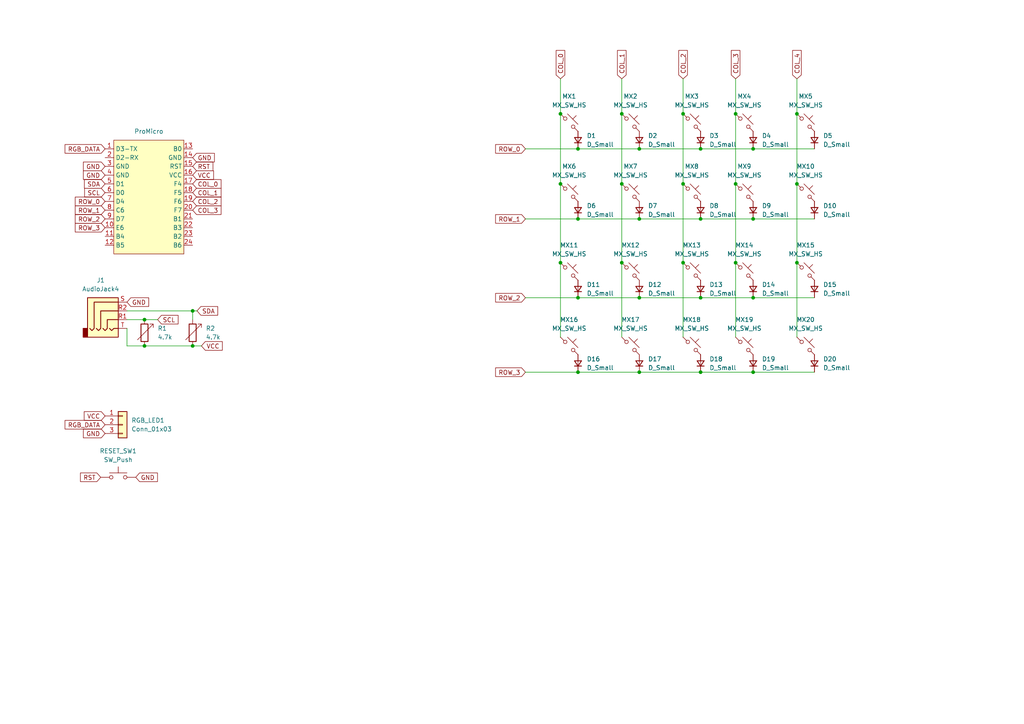
<source format=kicad_sch>
(kicad_sch (version 20231120) (generator "eeschema") (generator_version "8.0")
  (paper "A4")
  (lib_symbols
    (symbol "Connector_Audio:AudioJack4"
      (property "Reference" "J" (at 0 8.89 0))
      (property "Value" "AudioJack4" (at 0 6.35 0))
      (symbol "AudioJack4_0_1"
        (rectangle (start -6.35 -5.08) (end -7.62 -7.62) (stroke (width 0.254)) (fill (type outline)))
        (polyline (pts (xy 0 -5.08) (xy 0.635 -5.715) (xy 1.27 -5.08) (xy 2.54 -5.08)) (stroke (width 0.254)))
        (polyline (pts (xy -5.715 -5.08) (xy -5.08 -5.715) (xy -4.445 -5.08) (xy -4.445 2.54) (xy 2.54 2.54)) (stroke (width 0.254)))
        (polyline (pts (xy -1.905 -5.08) (xy -1.27 -5.715) (xy -0.635 -5.08) (xy -0.635 -2.54) (xy 2.54 -2.54)) (stroke (width 0.254)))
        (polyline (pts (xy 2.54 0) (xy -2.54 0) (xy -2.54 -5.08) (xy -3.175 -5.715) (xy -3.81 -5.08)) (stroke (width 0.254)))
        (rectangle (start 2.54 3.81) (end -6.35 -7.62) (stroke (width 0.254)) (fill (type background)))
      )
      (symbol "AudioJack4_1_1"
        (pin passive line (at 5.08 -2.54 180) (length 2.54) (name "~") (number "R1"))
        (pin passive line (at 5.08 0 180) (length 2.54) (name "~") (number "R2"))
        (pin passive line (at 5.08 2.54 180) (length 2.54) (name "~") (number "S"))
        (pin passive line (at 5.08 -5.08 180) (length 2.54) (name "~") (number "T"))
      )
    )
    (symbol "Connector_Generic:Conn_01x03" (pin_names (offset 1.016) hide)
      (property "Reference" "J" (at 0 5.08 0))
      (property "Value" "Conn_01x03" (at 0 -5.08 0))
      (symbol "Conn_01x03_1_1"
        (rectangle (start -1.27 -2.413) (end 0 -2.667) (stroke (width 0.1524)))
        (rectangle (start -1.27 0.127) (end 0 -0.127) (stroke (width 0.1524)))
        (rectangle (start -1.27 2.667) (end 0 2.413) (stroke (width 0.1524)))
        (rectangle (start -1.27 3.81) (end 1.27 -3.81) (stroke (width 0.254)) (fill (type background)))
        (pin passive line (at -5.08 2.54 0) (length 3.81) (name "Pin_1") (number "1"))
        (pin passive line (at -5.08 0 0) (length 3.81) (name "Pin_2") (number "2"))
        (pin passive line (at -5.08 -2.54 0) (length 3.81) (name "Pin_3") (number "3"))
      )
    )
    (symbol "Device:D_Small" (pin_numbers hide) (pin_names (offset 0.254) hide)
      (property "Reference" "D" (at -1.27 2.032 0))
      (property "Value" "D_Small" (at -3.81 -2.032 0))
      (symbol "D_Small_0_1"
        (polyline (pts (xy -0.762 -1.016) (xy -0.762 1.016)) (stroke (width 0.254)))
        (polyline (pts (xy -0.762 0) (xy 0.762 0)))
        (polyline (pts (xy 0.762 -1.016) (xy -0.762 0) (xy 0.762 1.016) (xy 0.762 -1.016)) (stroke (width 0.254)))
      )
      (symbol "D_Small_1_1"
        (pin passive line (at -2.54 0 0) (length 1.778) (name "K") (number "1"))
        (pin passive line (at 2.54 0 180) (length 1.778) (name "A") (number "2"))
      )
    )
    (symbol "Device:R_Variable" (pin_numbers hide) (pin_names (offset 0))
      (property "Reference" "R" (at 2.54 -2.54 90))
      (property "Value" "R_Variable" (at -2.54 -1.27 90))
      (symbol "R_Variable_0_1"
        (rectangle (start -1.016 -2.54) (end 1.016 2.54) (stroke (width 0.254)))
        (polyline (pts (xy 2.54 1.524) (xy 2.54 2.54) (xy 1.524 2.54) (xy 2.54 2.54) (xy -2.032 -2.032)))
      )
      (symbol "R_Variable_1_1"
        (pin passive line (at 0 3.81 270) (length 1.27) (name "~") (number "1"))
        (pin passive line (at 0 -3.81 90) (length 1.27) (name "~") (number "2"))
      )
    )
    (symbol "PCM_marbastlib-mx:MX_SW_HS_CPG151101S11" (pin_numbers hide) (pin_names (offset 1.016) hide)
      (property "Reference" "MX" (at 3.048 1.016 0))
      (property "Value" "MX_SW_HS" (at 0 -3.81 0))
      (symbol "MX_SW_HS_CPG151101S11_0_1"
        (circle (center -1.1684 1.1684) (radius 0.508))
        (polyline (pts (xy -0.508 2.54) (xy 2.54 -0.508)))
        (polyline (pts (xy 1.016 1.016) (xy 2.032 2.032)))
        (polyline (pts (xy -2.54 2.54) (xy -1.524 1.524) (xy -1.524 1.524)))
        (polyline (pts (xy 1.524 -1.524) (xy 2.54 -2.54) (xy 2.54 -2.54) (xy 2.54 -2.54)))
        (circle (center 1.143 -1.1938) (radius 0.508))
        (pin passive line (at -2.54 2.54 0) (length 0) (name "1") (number "1"))
        (pin passive line (at 2.54 -2.54 180) (length 0) (name "2") (number "2"))
      )
    )
    (symbol "PCM_marbastlib-promicroish:Arduino_ProMicro" (in_bom no)
      (property "Reference" "U" (at 0 20.32 0))
      (property "Value" "ProMicro" (at 0 17.78 0))
      (symbol "Arduino_ProMicro_0_0"
        (pin bidirectional line (at -12.7 13.97 0) (length 2.54) (name "D3-TX") (number "1"))
        (pin bidirectional line (at -12.7 -8.89 0) (length 2.54) (name "E6") (number "10"))
        (pin bidirectional line (at -12.7 -11.43 0) (length 2.54) (name "B4") (number "11"))
        (pin bidirectional line (at -12.7 -13.97 0) (length 2.54) (name "B5") (number "12"))
        (pin power_out line (at 12.7 11.43 180) (length 2.54) (name "GND") (number "14"))
        (pin bidirectional line (at 12.7 8.89 180) (length 2.54) (name "RST") (number "15"))
        (pin bidirectional line (at 12.7 3.81 180) (length 2.54) (name "F4") (number "17"))
        (pin bidirectional line (at 12.7 1.27 180) (length 2.54) (name "F5") (number "18"))
        (pin bidirectional line (at 12.7 -1.27 180) (length 2.54) (name "F6") (number "19"))
        (pin bidirectional line (at -12.7 11.43 0) (length 2.54) (name "D2-RX") (number "2"))
        (pin bidirectional line (at 12.7 -3.81 180) (length 2.54) (name "F7") (number "20"))
        (pin bidirectional line (at 12.7 -6.35 180) (length 2.54) (name "B1") (number "21"))
        (pin bidirectional line (at 12.7 -8.89 180) (length 2.54) (name "B3") (number "22"))
        (pin bidirectional line (at 12.7 -11.43 180) (length 2.54) (name "B2") (number "23"))
        (pin bidirectional line (at 12.7 -13.97 180) (length 2.54) (name "B6") (number "24"))
        (pin power_out line (at -12.7 8.89 0) (length 2.54) (name "GND") (number "3"))
        (pin power_out line (at -12.7 6.35 0) (length 2.54) (name "GND") (number "4"))
        (pin bidirectional line (at -12.7 3.81 0) (length 2.54) (name "D1") (number "5"))
        (pin bidirectional line (at -12.7 1.27 0) (length 2.54) (name "D0") (number "6"))
        (pin bidirectional line (at -12.7 -1.27 0) (length 2.54) (name "D4") (number "7"))
        (pin bidirectional line (at -12.7 -3.81 0) (length 2.54) (name "C6") (number "8"))
        (pin bidirectional line (at -12.7 -6.35 0) (length 2.54) (name "D7") (number "9"))
      )
      (symbol "Arduino_ProMicro_1_0"
        (pin bidirectional line (at 12.7 13.97 180) (length 2.54) (name "B0") (number "13"))
        (pin power_out line (at 12.7 6.35 180) (length 2.54) (name "VCC") (number "16"))
      )
      (symbol "Arduino_ProMicro_1_1"
        (rectangle (start -10.16 16.51) (end 10.16 -16.51) (fill (type background)))
      )
    )
    (symbol "Switch:SW_Push" (pin_numbers hide) (pin_names (offset 1.016) hide)
      (property "Reference" "SW" (at 1.27 2.54 0))
      (property "Value" "SW_Push" (at 0 -1.524 0))
      (symbol "SW_Push_0_1"
        (circle (center -2.032 0) (radius 0.508))
        (polyline (pts (xy 0 1.27) (xy 0 3.048)))
        (polyline (pts (xy 2.54 1.27) (xy -2.54 1.27)))
        (circle (center 2.032 0) (radius 0.508))
        (pin passive line (at -5.08 0 0) (length 2.54) (name "1") (number "1"))
        (pin passive line (at 5.08 0 180) (length 2.54) (name "2") (number "2"))
      )
    )
  )
  (junction (at 218.44 107.95))
  (junction (at 213.36 33.02))
  (junction (at 180.34 76.2))
  (junction (at 41.91 92.71))
  (junction (at 55.88 100.33))
  (junction (at 185.42 107.95))
  (junction (at 203.2 43.18))
  (junction (at 213.36 76.2))
  (junction (at 162.56 53.34))
  (junction (at 203.2 86.36))
  (junction (at 180.34 33.02))
  (junction (at 162.56 76.2))
  (junction (at 167.64 43.18))
  (junction (at 231.14 53.34))
  (junction (at 198.12 53.34))
  (junction (at 213.36 53.34))
  (junction (at 167.64 63.5))
  (junction (at 203.2 107.95))
  (junction (at 231.14 33.02))
  (junction (at 167.64 86.36))
  (junction (at 185.42 63.5))
  (junction (at 41.91 100.33))
  (junction (at 198.12 76.2))
  (junction (at 55.88 90.17))
  (junction (at 185.42 43.18))
  (junction (at 167.64 107.95))
  (junction (at 231.14 76.2))
  (junction (at 180.34 53.34))
  (junction (at 218.44 63.5))
  (junction (at 162.56 33.02))
  (junction (at 185.42 86.36))
  (junction (at 203.2 63.5))
  (junction (at 198.12 33.02))
  (junction (at 218.44 43.18))
  (junction (at 218.44 86.36))
  (wire (pts (xy 41.91 92.71) (xy 36.83 92.71)))
  (wire (pts (xy 55.88 90.17) (xy 55.88 92.71)))
  (wire (pts (xy 55.88 100.33) (xy 41.91 100.33)))
  (wire (pts (xy 218.44 43.18) (xy 236.22 43.18)))
  (wire (pts (xy 162.56 22.86) (xy 162.56 33.02)))
  (wire (pts (xy 198.12 33.02) (xy 198.12 53.34)))
  (wire (pts (xy 152.4 86.36) (xy 167.64 86.36)))
  (wire (pts (xy 231.14 76.2) (xy 231.14 97.79)))
  (wire (pts (xy 57.15 90.17) (xy 55.88 90.17)))
  (wire (pts (xy 36.83 100.33) (xy 36.83 95.25)))
  (wire (pts (xy 167.64 107.95) (xy 185.42 107.95)))
  (wire (pts (xy 162.56 76.2) (xy 162.56 97.79)))
  (wire (pts (xy 58.42 100.33) (xy 55.88 100.33)))
  (wire (pts (xy 167.64 63.5) (xy 185.42 63.5)))
  (wire (pts (xy 203.2 86.36) (xy 218.44 86.36)))
  (wire (pts (xy 198.12 76.2) (xy 198.12 97.79)))
  (wire (pts (xy 231.14 53.34) (xy 231.14 76.2)))
  (wire (pts (xy 185.42 107.95) (xy 203.2 107.95)))
  (wire (pts (xy 213.36 33.02) (xy 213.36 53.34)))
  (wire (pts (xy 203.2 43.18) (xy 218.44 43.18)))
  (wire (pts (xy 152.4 63.5) (xy 167.64 63.5)))
  (wire (pts (xy 198.12 53.34) (xy 198.12 76.2)))
  (wire (pts (xy 231.14 22.86) (xy 231.14 33.02)))
  (wire (pts (xy 203.2 63.5) (xy 218.44 63.5)))
  (wire (pts (xy 185.42 63.5) (xy 203.2 63.5)))
  (wire (pts (xy 203.2 107.95) (xy 218.44 107.95)))
  (wire (pts (xy 213.36 53.34) (xy 213.36 76.2)))
  (wire (pts (xy 180.34 22.86) (xy 180.34 33.02)))
  (wire (pts (xy 167.64 86.36) (xy 185.42 86.36)))
  (wire (pts (xy 55.88 90.17) (xy 36.83 90.17)))
  (wire (pts (xy 218.44 63.5) (xy 236.22 63.5)))
  (wire (pts (xy 185.42 43.18) (xy 203.2 43.18)))
  (wire (pts (xy 45.72 92.71) (xy 41.91 92.71)))
  (wire (pts (xy 152.4 107.95) (xy 167.64 107.95)))
  (wire (pts (xy 218.44 107.95) (xy 236.22 107.95)))
  (wire (pts (xy 180.34 53.34) (xy 180.34 76.2)))
  (wire (pts (xy 213.36 76.2) (xy 213.36 97.79)))
  (wire (pts (xy 162.56 33.02) (xy 162.56 53.34)))
  (wire (pts (xy 167.64 43.18) (xy 185.42 43.18)))
  (wire (pts (xy 213.36 22.86) (xy 213.36 33.02)))
  (wire (pts (xy 180.34 76.2) (xy 180.34 97.79)))
  (wire (pts (xy 152.4 43.18) (xy 167.64 43.18)))
  (wire (pts (xy 231.14 33.02) (xy 231.14 53.34)))
  (wire (pts (xy 185.42 86.36) (xy 203.2 86.36)))
  (wire (pts (xy 180.34 33.02) (xy 180.34 53.34)))
  (wire (pts (xy 198.12 22.86) (xy 198.12 33.02)))
  (wire (pts (xy 162.56 53.34) (xy 162.56 76.2)))
  (wire (pts (xy 41.91 100.33) (xy 36.83 100.33)))
  (wire (pts (xy 218.44 86.36) (xy 236.22 86.36)))
  (text "FIANO" (at 194.31 189.738 0) (effects (font (size 2.54 2.54) (thickness 0.254) (bold yes))))
  (global_label "ROW_2" (shape input) (at 30.48 63.5 180) (property "Intersheetrefs" "${INTERSHEET_REFS}" (effects (hide yes))))
  (global_label "GND" (shape input) (at 55.88 45.72 0) (property "Intersheetrefs" "${INTERSHEET_REFS}" (effects (hide yes))))
  (global_label "COL_3" (shape input) (at 55.88 60.96 0) (property "Intersheetrefs" "${INTERSHEET_REFS}" (effects (hide yes))))
  (global_label "GND" (shape input) (at 36.83 87.63 0) (property "Intersheetrefs" "${INTERSHEET_REFS}" (effects (hide yes))))
  (global_label "ROW_1" (shape input) (at 30.48 60.96 180) (property "Intersheetrefs" "${INTERSHEET_REFS}" (effects (hide yes))))
  (global_label "ROW_0" (shape input) (at 152.4 43.18 180) (property "Intersheetrefs" "${INTERSHEET_REFS}" (effects (hide yes))))
  (global_label "SDA" (shape input) (at 57.15 90.17 0) (property "Intersheetrefs" "${INTERSHEET_REFS}" (effects (hide yes))))
  (global_label "COL_2" (shape input) (at 55.88 58.42 0) (property "Intersheetrefs" "${INTERSHEET_REFS}" (effects (hide yes))))
  (global_label "COL_4" (shape input) (at 231.14 22.86 90) (property "Intersheetrefs" "${INTERSHEET_REFS}" (effects (hide yes))))
  (global_label "RGB_DATA" (shape input) (at 30.48 123.19 180) (property "Intersheetrefs" "${INTERSHEET_REFS}" (effects (hide yes))))
  (global_label "SDA" (shape input) (at 30.48 53.34 180) (property "Intersheetrefs" "${INTERSHEET_REFS}" (effects (hide yes))))
  (global_label "COL_1" (shape input) (at 180.34 22.86 90) (property "Intersheetrefs" "${INTERSHEET_REFS}" (effects (hide yes))))
  (global_label "VCC" (shape input) (at 55.88 50.8 0) (property "Intersheetrefs" "${INTERSHEET_REFS}" (effects (hide yes))))
  (global_label "SCL" (shape input) (at 30.48 55.88 180) (property "Intersheetrefs" "${INTERSHEET_REFS}" (effects (hide yes))))
  (global_label "COL_3" (shape input) (at 213.36 22.86 90) (property "Intersheetrefs" "${INTERSHEET_REFS}" (effects (hide yes))))
  (global_label "GND" (shape input) (at 30.48 50.8 180) (property "Intersheetrefs" "${INTERSHEET_REFS}" (effects (hide yes))))
  (global_label "GND" (shape input) (at 39.37 138.43 0) (property "Intersheetrefs" "${INTERSHEET_REFS}" (effects (hide yes))))
  (global_label "ROW_3" (shape input) (at 152.4 107.95 180) (property "Intersheetrefs" "${INTERSHEET_REFS}" (effects (hide yes))))
  (global_label "COL_1" (shape input) (at 55.88 55.88 0) (property "Intersheetrefs" "${INTERSHEET_REFS}" (effects (hide yes))))
  (global_label "ROW_3" (shape input) (at 30.48 66.04 180) (property "Intersheetrefs" "${INTERSHEET_REFS}" (effects (hide yes))))
  (global_label "ROW_0" (shape input) (at 30.48 58.42 180) (property "Intersheetrefs" "${INTERSHEET_REFS}" (effects (hide yes))))
  (global_label "ROW_1" (shape input) (at 152.4 63.5 180) (property "Intersheetrefs" "${INTERSHEET_REFS}" (effects (hide yes))))
  (global_label "VCC" (shape input) (at 58.42 100.33 0) (property "Intersheetrefs" "${INTERSHEET_REFS}" (effects (hide yes))))
  (global_label "RST" (shape input) (at 29.21 138.43 180) (property "Intersheetrefs" "${INTERSHEET_REFS}" (effects (hide yes))))
  (global_label "RGB_DATA" (shape input) (at 30.48 43.18 180) (property "Intersheetrefs" "${INTERSHEET_REFS}" (effects (hide yes))))
  (global_label "GND" (shape input) (at 30.48 125.73 180) (property "Intersheetrefs" "${INTERSHEET_REFS}" (effects (hide yes))))
  (global_label "VCC" (shape input) (at 30.48 120.65 180) (property "Intersheetrefs" "${INTERSHEET_REFS}" (effects (hide yes))))
  (global_label "COL_0" (shape input) (at 55.88 53.34 0) (property "Intersheetrefs" "${INTERSHEET_REFS}" (effects (hide yes))))
  (global_label "RST" (shape input) (at 55.88 48.26 0) (property "Intersheetrefs" "${INTERSHEET_REFS}" (effects (hide yes))))
  (global_label "GND" (shape input) (at 30.48 48.26 180) (property "Intersheetrefs" "${INTERSHEET_REFS}" (effects (hide yes))))
  (global_label "COL_2" (shape input) (at 198.12 22.86 90) (property "Intersheetrefs" "${INTERSHEET_REFS}" (effects (hide yes))))
  (global_label "COL_0" (shape input) (at 162.56 22.86 90) (property "Intersheetrefs" "${INTERSHEET_REFS}" (effects (hide yes))))
  (global_label "SCL" (shape input) (at 45.72 92.71 0) (property "Intersheetrefs" "${INTERSHEET_REFS}" (effects (hide yes))))
  (global_label "ROW_2" (shape input) (at 152.4 86.36 180) (property "Intersheetrefs" "${INTERSHEET_REFS}" (effects (hide yes))))
  (symbol (lib_id "PCM_marbastlib-mx:MX_SW_HS_CPG151101S11") (at 200.66 35.56 0) (unit 1)
    (property "Reference" "MX3" (at 200.66 27.94 0))
    (property "Value" "MX_SW_HS" (at 200.66 30.48 0))
    (property "Footprint" "PCM_marbastlib-mx:SW_MX_1u" (effects (hide yes)))
    (property "Description" "Push button switch, normally open, two pins, 45° tilted, Kailh CPG151101S11 for Cherry MX style switches" (effects (hide yes)))
  )
  (symbol (lib_id "PCM_marbastlib-mx:MX_SW_HS_CPG151101S11") (at 215.9 55.88 0) (unit 1)
    (property "Reference" "MX9" (at 215.9 48.26 0))
    (property "Value" "MX_SW_HS" (at 215.9 50.8 0))
    (property "Footprint" "PCM_marbastlib-mx:SW_MX_1u" (effects (hide yes)))
    (property "Description" "Push button switch, normally open, two pins, 45° tilted, Kailh CPG151101S11 for Cherry MX style switches" (effects (hide yes)))
  )
  (symbol (lib_id "Connector_Generic:Conn_01x03") (at 35.56 123.19 0) (unit 1)
    (property "Reference" "RGB_LED1" (at 38.1 121.9199 0) (effects (justify left)))
    (property "Value" "Conn_01x03" (at 38.1 124.4599 0) (effects (justify left)))
    (property "Description" "Generic connector, single row, 01x03, script generated (kicad-library-utils/schlib/autogen/connector/)" (effects (hide yes)))
  )
  (symbol (lib_id "PCM_marbastlib-mx:MX_SW_HS_CPG151101S11") (at 165.1 35.56 0) (unit 1)
    (property "Reference" "MX1" (at 165.1 27.94 0))
    (property "Value" "MX_SW_HS" (at 165.1 30.48 0))
    (property "Footprint" "PCM_marbastlib-mx:SW_MX_1u" (effects (hide yes)))
    (property "Description" "Push button switch, normally open, two pins, 45° tilted, Kailh CPG151101S11 for Cherry MX style switches" (effects (hide yes)))
  )
  (symbol (lib_id "PCM_marbastlib-mx:MX_SW_HS_CPG151101S11") (at 233.68 35.56 0) (unit 1)
    (property "Reference" "MX5" (at 233.68 27.94 0))
    (property "Value" "MX_SW_HS" (at 233.68 30.48 0))
    (property "Footprint" "PCM_marbastlib-mx:SW_MX_1u" (effects (hide yes)))
    (property "Description" "Push button switch, normally open, two pins, 45° tilted, Kailh CPG151101S11 for Cherry MX style switches" (effects (hide yes)))
  )
  (symbol (lib_id "Device:D_Small") (at 203.2 60.96 90) (unit 1)
    (property "Reference" "D8" (at 205.74 59.6899 90) (effects (justify right)))
    (property "Value" "D_Small" (at 205.74 62.2299 90) (effects (justify right)))
    (property "Footprint" "Diode_SMD:D_SOD-123" (effects (hide yes)))
    (property "Description" "Diode, small symbol" (effects (hide yes)))
    (property "Sim.Device" "D" (effects (hide yes)))
    (property "Sim.Pins" "1=K 2=A" (effects (hide yes)))
  )
  (symbol (lib_id "PCM_marbastlib-mx:MX_SW_HS_CPG151101S11") (at 165.1 55.88 0) (unit 1)
    (property "Reference" "MX6" (at 165.1 48.26 0))
    (property "Value" "MX_SW_HS" (at 165.1 50.8 0))
    (property "Footprint" "PCM_marbastlib-mx:SW_MX_1u" (effects (hide yes)))
    (property "Description" "Push button switch, normally open, two pins, 45° tilted, Kailh CPG151101S11 for Cherry MX style switches" (effects (hide yes)))
  )
  (symbol (lib_id "PCM_marbastlib-mx:MX_SW_HS_CPG151101S11") (at 182.88 100.33 0) (unit 1)
    (property "Reference" "MX17" (at 182.88 92.71 0))
    (property "Value" "MX_SW_HS" (at 182.88 95.25 0))
    (property "Footprint" "PCM_marbastlib-mx:SW_MX_1u" (effects (hide yes)))
    (property "Description" "Push button switch, normally open, two pins, 45° tilted, Kailh CPG151101S11 for Cherry MX style switches" (effects (hide yes)))
  )
  (symbol (lib_id "PCM_marbastlib-promicroish:Arduino_ProMicro") (at 43.18 57.15 0) (unit 1) (in_bom no)
    (property "Reference" "U2" (effects (hide yes)))
    (property "Value" "ProMicro" (at 43.18 38.1 0))
    (property "Footprint" "PCM_marbastlib-xp-promicroish:ProMicro_USBup" (effects (hide yes)))
    (property "Description" "Symbol for an Arduino Pro Micro" (effects (hide yes)))
  )
  (symbol (lib_id "PCM_marbastlib-mx:MX_SW_HS_CPG151101S11") (at 233.68 100.33 0) (unit 1)
    (property "Reference" "MX20" (at 233.68 92.71 0))
    (property "Value" "MX_SW_HS" (at 233.68 95.25 0))
    (property "Footprint" "PCM_marbastlib-mx:SW_MX_1u" (effects (hide yes)))
    (property "Description" "Push button switch, normally open, two pins, 45° tilted, Kailh CPG151101S11 for Cherry MX style switches" (effects (hide yes)))
  )
  (symbol (lib_id "Device:D_Small") (at 185.42 40.64 90) (unit 1)
    (property "Reference" "D2" (at 187.96 39.3699 90) (effects (justify right)))
    (property "Value" "D_Small" (at 187.96 41.9099 90) (effects (justify right)))
    (property "Footprint" "Diode_SMD:D_SOD-123" (effects (hide yes)))
    (property "Description" "Diode, small symbol" (effects (hide yes)))
    (property "Sim.Device" "D" (effects (hide yes)))
    (property "Sim.Pins" "1=K 2=A" (effects (hide yes)))
  )
  (symbol (lib_id "Device:D_Small") (at 236.22 83.82 90) (unit 1)
    (property "Reference" "D15" (at 238.76 82.5499 90) (effects (justify right)))
    (property "Value" "D_Small" (at 238.76 85.0899 90) (effects (justify right)))
    (property "Footprint" "Diode_SMD:D_SOD-123" (effects (hide yes)))
    (property "Description" "Diode, small symbol" (effects (hide yes)))
    (property "Sim.Device" "D" (effects (hide yes)))
    (property "Sim.Pins" "1=K 2=A" (effects (hide yes)))
  )
  (symbol (lib_id "PCM_marbastlib-mx:MX_SW_HS_CPG151101S11") (at 165.1 100.33 0) (unit 1)
    (property "Reference" "MX16" (at 165.1 92.71 0))
    (property "Value" "MX_SW_HS" (at 165.1 95.25 0))
    (property "Footprint" "PCM_marbastlib-mx:SW_MX_1u" (effects (hide yes)))
    (property "Description" "Push button switch, normally open, two pins, 45° tilted, Kailh CPG151101S11 for Cherry MX style switches" (effects (hide yes)))
  )
  (symbol (lib_id "PCM_marbastlib-mx:MX_SW_HS_CPG151101S11") (at 215.9 78.74 0) (unit 1)
    (property "Reference" "MX14" (at 215.9 71.12 0))
    (property "Value" "MX_SW_HS" (at 215.9 73.66 0))
    (property "Footprint" "PCM_marbastlib-mx:SW_MX_1u" (effects (hide yes)))
    (property "Description" "Push button switch, normally open, two pins, 45° tilted, Kailh CPG151101S11 for Cherry MX style switches" (effects (hide yes)))
  )
  (symbol (lib_id "Switch:SW_Push") (at 34.29 138.43 0) (unit 1)
    (property "Reference" "RESET_SW1" (at 34.29 130.81 0))
    (property "Value" "SW_Push" (at 34.29 133.35 0))
    (property "Description" "Push button switch, generic, two pins" (effects (hide yes)))
  )
  (symbol (lib_id "Device:D_Small") (at 203.2 40.64 90) (unit 1)
    (property "Reference" "D3" (at 205.74 39.3699 90) (effects (justify right)))
    (property "Value" "D_Small" (at 205.74 41.9099 90) (effects (justify right)))
    (property "Footprint" "Diode_SMD:D_SOD-123" (effects (hide yes)))
    (property "Description" "Diode, small symbol" (effects (hide yes)))
    (property "Sim.Device" "D" (effects (hide yes)))
    (property "Sim.Pins" "1=K 2=A" (effects (hide yes)))
  )
  (symbol (lib_id "Device:D_Small") (at 167.64 105.41 90) (unit 1)
    (property "Reference" "D16" (at 170.18 104.1399 90) (effects (justify right)))
    (property "Value" "D_Small" (at 170.18 106.6799 90) (effects (justify right)))
    (property "Footprint" "Diode_SMD:D_SOD-123" (effects (hide yes)))
    (property "Description" "Diode, small symbol" (effects (hide yes)))
    (property "Sim.Device" "D" (effects (hide yes)))
    (property "Sim.Pins" "1=K 2=A" (effects (hide yes)))
  )
  (symbol (lib_id "Device:D_Small") (at 236.22 105.41 90) (unit 1)
    (property "Reference" "D20" (at 238.76 104.1399 90) (effects (justify right)))
    (property "Value" "D_Small" (at 238.76 106.6799 90) (effects (justify right)))
    (property "Footprint" "Diode_SMD:D_SOD-123" (effects (hide yes)))
    (property "Description" "Diode, small symbol" (effects (hide yes)))
    (property "Sim.Device" "D" (effects (hide yes)))
    (property "Sim.Pins" "1=K 2=A" (effects (hide yes)))
  )
  (symbol (lib_id "Device:D_Small") (at 185.42 105.41 90) (unit 1)
    (property "Reference" "D17" (at 187.96 104.1399 90) (effects (justify right)))
    (property "Value" "D_Small" (at 187.96 106.6799 90) (effects (justify right)))
    (property "Footprint" "Diode_SMD:D_SOD-123" (effects (hide yes)))
    (property "Description" "Diode, small symbol" (effects (hide yes)))
    (property "Sim.Device" "D" (effects (hide yes)))
    (property "Sim.Pins" "1=K 2=A" (effects (hide yes)))
  )
  (symbol (lib_id "PCM_marbastlib-mx:MX_SW_HS_CPG151101S11") (at 200.66 100.33 0) (unit 1)
    (property "Reference" "MX18" (at 200.66 92.71 0))
    (property "Value" "MX_SW_HS" (at 200.66 95.25 0))
    (property "Footprint" "PCM_marbastlib-mx:SW_MX_1u" (effects (hide yes)))
    (property "Description" "Push button switch, normally open, two pins, 45° tilted, Kailh CPG151101S11 for Cherry MX style switches" (effects (hide yes)))
  )
  (symbol (lib_id "Device:R_Variable") (at 41.91 96.52 0) (unit 1)
    (property "Reference" "R1" (at 45.72 95.2499 0) (effects (justify left)))
    (property "Value" "4.7k" (at 45.72 97.7899 0) (effects (justify left)))
    (property "Description" "Variable resistor" (effects (hide yes)))
  )
  (symbol (lib_id "Device:D_Small") (at 236.22 60.96 90) (unit 1)
    (property "Reference" "D10" (at 238.76 59.6899 90) (effects (justify right)))
    (property "Value" "D_Small" (at 238.76 62.2299 90) (effects (justify right)))
    (property "Footprint" "Diode_SMD:D_SOD-123" (effects (hide yes)))
    (property "Description" "Diode, small symbol" (effects (hide yes)))
    (property "Sim.Device" "D" (effects (hide yes)))
    (property "Sim.Pins" "1=K 2=A" (effects (hide yes)))
  )
  (symbol (lib_id "PCM_marbastlib-mx:MX_SW_HS_CPG151101S11") (at 233.68 78.74 0) (unit 1)
    (property "Reference" "MX15" (at 233.68 71.12 0))
    (property "Value" "MX_SW_HS" (at 233.68 73.66 0))
    (property "Footprint" "PCM_marbastlib-mx:SW_MX_1u" (effects (hide yes)))
    (property "Description" "Push button switch, normally open, two pins, 45° tilted, Kailh CPG151101S11 for Cherry MX style switches" (effects (hide yes)))
  )
  (symbol (lib_id "Connector_Audio:AudioJack4") (at 31.75 90.17 0) (unit 1)
    (property "Reference" "J1" (at 29.21 81.28 0))
    (property "Value" "AudioJack4" (at 29.21 83.82 0))
    (property "Footprint" "PCM_marbastlib-xp-various:CON_MJ-4PP-9" (effects (hide yes)))
    (property "Description" "Audio Jack, 4 Poles (TRRS)" (effects (hide yes)))
  )
  (symbol (lib_id "Device:D_Small") (at 185.42 60.96 90) (unit 1)
    (property "Reference" "D7" (at 187.96 59.6899 90) (effects (justify right)))
    (property "Value" "D_Small" (at 187.96 62.2299 90) (effects (justify right)))
    (property "Footprint" "Diode_SMD:D_SOD-123" (effects (hide yes)))
    (property "Description" "Diode, small symbol" (effects (hide yes)))
    (property "Sim.Device" "D" (effects (hide yes)))
    (property "Sim.Pins" "1=K 2=A" (effects (hide yes)))
  )
  (symbol (lib_id "PCM_marbastlib-mx:MX_SW_HS_CPG151101S11") (at 200.66 78.74 0) (unit 1)
    (property "Reference" "MX13" (at 200.66 71.12 0))
    (property "Value" "MX_SW_HS" (at 200.66 73.66 0))
    (property "Footprint" "PCM_marbastlib-mx:SW_MX_1u" (effects (hide yes)))
    (property "Description" "Push button switch, normally open, two pins, 45° tilted, Kailh CPG151101S11 for Cherry MX style switches" (effects (hide yes)))
  )
  (symbol (lib_id "PCM_marbastlib-mx:MX_SW_HS_CPG151101S11") (at 233.68 55.88 0) (unit 1)
    (property "Reference" "MX10" (at 233.68 48.26 0))
    (property "Value" "MX_SW_HS" (at 233.68 50.8 0))
    (property "Footprint" "PCM_marbastlib-mx:SW_MX_1u" (effects (hide yes)))
    (property "Description" "Push button switch, normally open, two pins, 45° tilted, Kailh CPG151101S11 for Cherry MX style switches" (effects (hide yes)))
  )
  (symbol (lib_id "Device:R_Variable") (at 55.88 96.52 0) (unit 1)
    (property "Reference" "R2" (at 59.69 95.2499 0) (effects (justify left)))
    (property "Value" "4.7k" (at 59.69 97.7899 0) (effects (justify left)))
    (property "Description" "Variable resistor" (effects (hide yes)))
  )
  (symbol (lib_id "Device:D_Small") (at 167.64 40.64 90) (unit 1)
    (property "Reference" "D1" (at 170.18 39.3699 90) (effects (justify right)))
    (property "Value" "D_Small" (at 170.18 41.9099 90) (effects (justify right)))
    (property "Footprint" "Diode_SMD:D_SOD-123" (effects (hide yes)))
    (property "Description" "Diode, small symbol" (effects (hide yes)))
    (property "Sim.Device" "D" (effects (hide yes)))
    (property "Sim.Pins" "1=K 2=A" (effects (hide yes)))
  )
  (symbol (lib_id "Device:D_Small") (at 218.44 105.41 90) (unit 1)
    (property "Reference" "D19" (at 220.98 104.1399 90) (effects (justify right)))
    (property "Value" "D_Small" (at 220.98 106.6799 90) (effects (justify right)))
    (property "Footprint" "Diode_SMD:D_SOD-123" (effects (hide yes)))
    (property "Description" "Diode, small symbol" (effects (hide yes)))
    (property "Sim.Device" "D" (effects (hide yes)))
    (property "Sim.Pins" "1=K 2=A" (effects (hide yes)))
  )
  (symbol (lib_id "Device:D_Small") (at 218.44 40.64 90) (unit 1)
    (property "Reference" "D4" (at 220.98 39.3699 90) (effects (justify right)))
    (property "Value" "D_Small" (at 220.98 41.9099 90) (effects (justify right)))
    (property "Footprint" "Diode_SMD:D_SOD-123" (effects (hide yes)))
    (property "Description" "Diode, small symbol" (effects (hide yes)))
    (property "Sim.Device" "D" (effects (hide yes)))
    (property "Sim.Pins" "1=K 2=A" (effects (hide yes)))
  )
  (symbol (lib_id "Device:D_Small") (at 167.64 83.82 90) (unit 1)
    (property "Reference" "D11" (at 170.18 82.5499 90) (effects (justify right)))
    (property "Value" "D_Small" (at 170.18 85.0899 90) (effects (justify right)))
    (property "Footprint" "Keebio-Parts.pretty-master:Diode-hybrid-3pad" (effects (hide yes)))
    (property "Description" "Diode, small symbol" (effects (hide yes)))
    (property "Sim.Device" "D" (effects (hide yes)))
    (property "Sim.Pins" "1=K 2=A" (effects (hide yes)))
  )
  (symbol (lib_id "Device:D_Small") (at 203.2 83.82 90) (unit 1)
    (property "Reference" "D13" (at 205.74 82.5499 90) (effects (justify right)))
    (property "Value" "D_Small" (at 205.74 85.0899 90) (effects (justify right)))
    (property "Footprint" "Diode_SMD:D_SOD-123" (effects (hide yes)))
    (property "Description" "Diode, small symbol" (effects (hide yes)))
    (property "Sim.Device" "D" (effects (hide yes)))
    (property "Sim.Pins" "1=K 2=A" (effects (hide yes)))
  )
  (symbol (lib_id "Device:D_Small") (at 203.2 105.41 90) (unit 1)
    (property "Reference" "D18" (at 205.74 104.1399 90) (effects (justify right)))
    (property "Value" "D_Small" (at 205.74 106.6799 90) (effects (justify right)))
    (property "Footprint" "Diode_SMD:D_SOD-123" (effects (hide yes)))
    (property "Description" "Diode, small symbol" (effects (hide yes)))
    (property "Sim.Device" "D" (effects (hide yes)))
    (property "Sim.Pins" "1=K 2=A" (effects (hide yes)))
  )
  (symbol (lib_id "PCM_marbastlib-mx:MX_SW_HS_CPG151101S11") (at 215.9 35.56 0) (unit 1)
    (property "Reference" "MX4" (at 215.9 27.94 0))
    (property "Value" "MX_SW_HS" (at 215.9 30.48 0))
    (property "Footprint" "PCM_marbastlib-mx:SW_MX_1u" (effects (hide yes)))
    (property "Description" "Push button switch, normally open, two pins, 45° tilted, Kailh CPG151101S11 for Cherry MX style switches" (effects (hide yes)))
  )
  (symbol (lib_id "Device:D_Small") (at 167.64 60.96 90) (unit 1)
    (property "Reference" "D6" (at 170.18 59.6899 90) (effects (justify right)))
    (property "Value" "D_Small" (at 170.18 62.2299 90) (effects (justify right)))
    (property "Footprint" "Diode_SMD:D_SOD-123" (effects (hide yes)))
    (property "Description" "Diode, small symbol" (effects (hide yes)))
    (property "Sim.Device" "D" (effects (hide yes)))
    (property "Sim.Pins" "1=K 2=A" (effects (hide yes)))
  )
  (symbol (lib_id "Device:D_Small") (at 236.22 40.64 90) (unit 1)
    (property "Reference" "D5" (at 238.76 39.3699 90) (effects (justify right)))
    (property "Value" "D_Small" (at 238.76 41.9099 90) (effects (justify right)))
    (property "Footprint" "Diode_SMD:D_SOD-123" (effects (hide yes)))
    (property "Description" "Diode, small symbol" (effects (hide yes)))
    (property "Sim.Device" "D" (effects (hide yes)))
    (property "Sim.Pins" "1=K 2=A" (effects (hide yes)))
  )
  (symbol (lib_id "PCM_marbastlib-mx:MX_SW_HS_CPG151101S11") (at 182.88 78.74 0) (unit 1)
    (property "Reference" "MX12" (at 182.88 71.12 0))
    (property "Value" "MX_SW_HS" (at 182.88 73.66 0))
    (property "Footprint" "PCM_marbastlib-mx:SW_MX_1u" (effects (hide yes)))
    (property "Description" "Push button switch, normally open, two pins, 45° tilted, Kailh CPG151101S11 for Cherry MX style switches" (effects (hide yes)))
  )
  (symbol (lib_id "PCM_marbastlib-mx:MX_SW_HS_CPG151101S11") (at 165.1 78.74 0) (unit 1)
    (property "Reference" "MX11" (at 165.1 71.12 0))
    (property "Value" "MX_SW_HS" (at 165.1 73.66 0))
    (property "Footprint" "PCM_marbastlib-mx:SW_MX_1u" (effects (hide yes)))
    (property "Description" "Push button switch, normally open, two pins, 45° tilted, Kailh CPG151101S11 for Cherry MX style switches" (effects (hide yes)))
  )
  (symbol (lib_id "PCM_marbastlib-mx:MX_SW_HS_CPG151101S11") (at 182.88 35.56 0) (unit 1)
    (property "Reference" "MX2" (at 182.88 27.94 0))
    (property "Value" "MX_SW_HS" (at 182.88 30.48 0))
    (property "Footprint" "PCM_marbastlib-mx:SW_MX_1u" (effects (hide yes)))
    (property "Description" "Push button switch, normally open, two pins, 45° tilted, Kailh CPG151101S11 for Cherry MX style switches" (effects (hide yes)))
  )
  (symbol (lib_id "Device:D_Small") (at 218.44 83.82 90) (unit 1)
    (property "Reference" "D14" (at 220.98 82.5499 90) (effects (justify right)))
    (property "Value" "D_Small" (at 220.98 85.0899 90) (effects (justify right)))
    (property "Footprint" "Diode_SMD:D_SOD-123" (effects (hide yes)))
    (property "Description" "Diode, small symbol" (effects (hide yes)))
    (property "Sim.Device" "D" (effects (hide yes)))
    (property "Sim.Pins" "1=K 2=A" (effects (hide yes)))
  )
  (symbol (lib_id "Device:D_Small") (at 185.42 83.82 90) (unit 1)
    (property "Reference" "D12" (at 187.96 82.5499 90) (effects (justify right)))
    (property "Value" "D_Small" (at 187.96 85.0899 90) (effects (justify right)))
    (property "Footprint" "Diode_SMD:D_SOD-123" (effects (hide yes)))
    (property "Description" "Diode, small symbol" (effects (hide yes)))
    (property "Sim.Device" "D" (effects (hide yes)))
    (property "Sim.Pins" "1=K 2=A" (effects (hide yes)))
  )
  (symbol (lib_id "PCM_marbastlib-mx:MX_SW_HS_CPG151101S11") (at 215.9 100.33 0) (unit 1)
    (property "Reference" "MX19" (at 215.9 92.71 0))
    (property "Value" "MX_SW_HS" (at 215.9 95.25 0))
    (property "Footprint" "PCM_marbastlib-mx:SW_MX_1u" (effects (hide yes)))
    (property "Description" "Push button switch, normally open, two pins, 45° tilted, Kailh CPG151101S11 for Cherry MX style switches" (effects (hide yes)))
  )
  (symbol (lib_id "Device:D_Small") (at 218.44 60.96 90) (unit 1)
    (property "Reference" "D9" (at 220.98 59.6899 90) (effects (justify right)))
    (property "Value" "D_Small" (at 220.98 62.2299 90) (effects (justify right)))
    (property "Footprint" "Diode_SMD:D_SOD-123" (effects (hide yes)))
    (property "Description" "Diode, small symbol" (effects (hide yes)))
    (property "Sim.Device" "D" (effects (hide yes)))
    (property "Sim.Pins" "1=K 2=A" (effects (hide yes)))
  )
  (symbol (lib_id "PCM_marbastlib-mx:MX_SW_HS_CPG151101S11") (at 200.66 55.88 0) (unit 1)
    (property "Reference" "MX8" (at 200.66 48.26 0))
    (property "Value" "MX_SW_HS" (at 200.66 50.8 0))
    (property "Footprint" "PCM_marbastlib-mx:SW_MX_1u" (effects (hide yes)))
    (property "Description" "Push button switch, normally open, two pins, 45° tilted, Kailh CPG151101S11 for Cherry MX style switches" (effects (hide yes)))
  )
  (symbol (lib_id "PCM_marbastlib-mx:MX_SW_HS_CPG151101S11") (at 182.88 55.88 0) (unit 1)
    (property "Reference" "MX7" (at 182.88 48.26 0))
    (property "Value" "MX_SW_HS" (at 182.88 50.8 0))
    (property "Footprint" "PCM_marbastlib-mx:SW_MX_1u" (effects (hide yes)))
    (property "Description" "Push button switch, normally open, two pins, 45° tilted, Kailh CPG151101S11 for Cherry MX style switches" (effects (hide yes)))
  )
)
</source>
